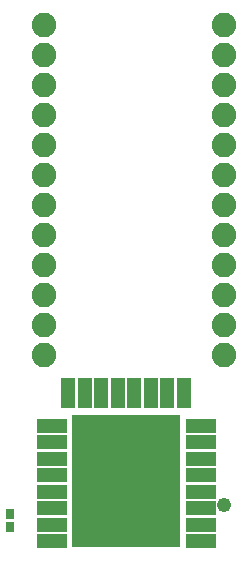
<source format=gts>
G75*
%MOIN*%
%OFA0B0*%
%FSLAX25Y25*%
%IPPOS*%
%LPD*%
%AMOC8*
5,1,8,0,0,1.08239X$1,22.5*
%
%ADD10R,0.04737X0.10446*%
%ADD11R,0.10446X0.04737*%
%ADD12R,0.36233X0.44107*%
%ADD13C,0.08200*%
%ADD14R,0.02800X0.03400*%
%ADD15C,0.04800*%
D10*
X0027429Y0059300D03*
X0032941Y0059300D03*
X0038453Y0059300D03*
X0043965Y0059300D03*
X0049476Y0059300D03*
X0054988Y0059300D03*
X0060500Y0059300D03*
X0066012Y0059300D03*
D11*
X0071524Y0048276D03*
X0071524Y0042765D03*
X0071524Y0037253D03*
X0071524Y0031741D03*
X0071524Y0026229D03*
X0071524Y0020717D03*
X0071524Y0015206D03*
X0071524Y0009694D03*
X0021917Y0009694D03*
X0021917Y0015206D03*
X0021917Y0020717D03*
X0021917Y0026229D03*
X0021917Y0031741D03*
X0021917Y0037253D03*
X0021917Y0042765D03*
X0021917Y0048276D03*
D12*
X0046720Y0029772D03*
D13*
X0019500Y0071800D03*
X0019500Y0081800D03*
X0019500Y0091800D03*
X0019500Y0101800D03*
X0019500Y0111800D03*
X0019500Y0121800D03*
X0019500Y0131800D03*
X0019500Y0141800D03*
X0019500Y0151800D03*
X0019500Y0161800D03*
X0019500Y0171800D03*
X0019500Y0181800D03*
X0079500Y0181800D03*
X0079500Y0171800D03*
X0079500Y0161800D03*
X0079500Y0151800D03*
X0079500Y0141800D03*
X0079500Y0131800D03*
X0079500Y0121800D03*
X0079500Y0111800D03*
X0079500Y0101800D03*
X0079500Y0091800D03*
X0079500Y0081800D03*
X0079500Y0071800D03*
D14*
X0008000Y0014600D03*
X0008000Y0019000D03*
D15*
X0079250Y0021800D03*
M02*

</source>
